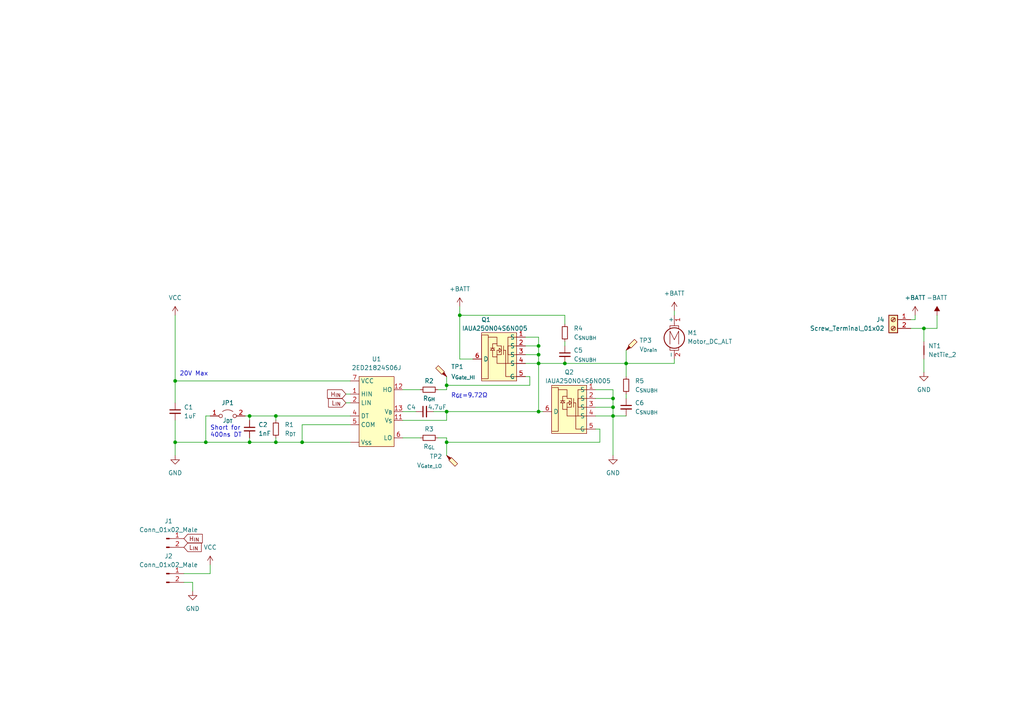
<source format=kicad_sch>
(kicad_sch (version 20211123) (generator eeschema)
  (paper "A4")
  (lib_symbols
    (symbol "Connector:Conn_01x02_Male" (pin_names (offset 1.016) hide)
      (property "Reference" "J" (at 0 2.54 0))
      (property "Value" "Conn_01x02_Male" (at 0 -5.08 0))
      (symbol "Conn_01x02_Male_1_1"
        (polyline (pts (xy 1.27 -2.54) (xy 0.8636 -2.54)) (stroke (width 0.1524)))
        (polyline (pts (xy 1.27 0) (xy 0.8636 0)) (stroke (width 0.1524)))
        (rectangle (start 0.8636 -2.413) (end 0 -2.667) (stroke (width 0.1524)) (fill (type outline)))
        (rectangle (start 0.8636 0.127) (end 0 -0.127) (stroke (width 0.1524)) (fill (type outline)))
        (pin passive line (at 5.08 0 180) (length 3.81) (name "Pin_1") (number "1"))
        (pin passive line (at 5.08 -2.54 180) (length 3.81) (name "Pin_2") (number "2"))
      )
    )
    (symbol "Connector:Screw_Terminal_01x02" (pin_names (offset 1.016) hide)
      (property "Reference" "J" (at 0 2.54 0))
      (property "Value" "Screw_Terminal_01x02" (at 0 -5.08 0))
      (symbol "Screw_Terminal_01x02_1_1"
        (rectangle (start -1.27 1.27) (end 1.27 -3.81) (stroke (width 0.254)) (fill (type background)))
        (circle (center 0 -2.54) (radius 0.635) (stroke (width 0.1524)))
        (polyline (pts (xy -0.5334 -2.2098) (xy 0.3302 -3.048)) (stroke (width 0.1524)))
        (polyline (pts (xy -0.5334 0.3302) (xy 0.3302 -0.508)) (stroke (width 0.1524)))
        (polyline (pts (xy -0.3556 -2.032) (xy 0.508 -2.8702)) (stroke (width 0.1524)))
        (polyline (pts (xy -0.3556 0.508) (xy 0.508 -0.3302)) (stroke (width 0.1524)))
        (circle (center 0 0) (radius 0.635) (stroke (width 0.1524)))
        (pin passive line (at -5.08 0 0) (length 3.81) (name "Pin_1") (number "1"))
        (pin passive line (at -5.08 -2.54 0) (length 3.81) (name "Pin_2") (number "2"))
      )
    )
    (symbol "Connector:TestPoint_Probe" (pin_numbers hide) (pin_names (offset 0.762) hide)
      (property "Reference" "TP" (at 1.651 5.842 0))
      (property "Value" "TestPoint_Probe" (at 1.651 4.064 0))
      (symbol "TestPoint_Probe_0_1"
        (polyline (pts (xy 1.27 0.762) (xy 0 0) (xy 0.762 1.27) (xy 1.27 0.762)) (fill (type outline)))
        (polyline (pts (xy 1.397 0.635) (xy 0.635 1.397) (xy 2.413 3.175) (xy 3.175 2.413) (xy 1.397 0.635)) (fill (type background)))
      )
      (symbol "TestPoint_Probe_1_1"
        (pin passive line (at 0 0 90) (length 0) (name "1") (number "1"))
      )
    )
    (symbol "Device:C_Small" (pin_numbers hide) (pin_names (offset 0.254) hide)
      (property "Reference" "C" (at 0.254 1.778 0))
      (property "Value" "C_Small" (at 0.254 -2.032 0))
      (symbol "C_Small_0_1"
        (polyline (pts (xy -1.524 -0.508) (xy 1.524 -0.508)) (stroke (width 0.3302)))
        (polyline (pts (xy -1.524 0.508) (xy 1.524 0.508)) (stroke (width 0.3048)))
      )
      (symbol "C_Small_1_1"
        (pin passive line (at 0 2.54 270) (length 2.032) (name "~") (number "1"))
        (pin passive line (at 0 -2.54 90) (length 2.032) (name "~") (number "2"))
      )
    )
    (symbol "Device:NetTie_2" (pin_numbers hide) (pin_names (offset 0) hide)
      (property "Reference" "NT" (at 0 1.27 0))
      (property "Value" "NetTie_2" (at 0 -1.27 0))
      (symbol "NetTie_2_0_1"
        (polyline (pts (xy -1.27 0) (xy 1.27 0)) (stroke (width 0.254)))
      )
      (symbol "NetTie_2_1_1"
        (pin passive line (at -2.54 0 0) (length 2.54) (name "1") (number "1"))
        (pin passive line (at 2.54 0 180) (length 2.54) (name "2") (number "2"))
      )
    )
    (symbol "Device:R_Small" (pin_numbers hide) (pin_names (offset 0.254) hide)
      (property "Reference" "R" (at 0.762 0.508 0))
      (property "Value" "R_Small" (at 0.762 -1.016 0))
      (symbol "R_Small_0_1"
        (rectangle (start -0.762 1.778) (end 0.762 -1.778) (stroke (width 0.2032)))
      )
      (symbol "R_Small_1_1"
        (pin passive line (at 0 2.54 270) (length 0.762) (name "~") (number "1"))
        (pin passive line (at 0 -2.54 90) (length 0.762) (name "~") (number "2"))
      )
    )
    (symbol "Jumper:Jumper_2_Open" (pin_names (offset 0) hide)
      (property "Reference" "JP" (at 0 2.794 0))
      (property "Value" "Jumper_2_Open" (at 0 -2.286 0))
      (symbol "Jumper_2_Open_0_0"
        (circle (center -2.032 0) (radius 0.508))
        (circle (center 2.032 0) (radius 0.508))
      )
      (symbol "Jumper_2_Open_0_1"
        (arc (start 1.524 1.27) (mid 0 1.778) (end -1.524 1.27))
      )
      (symbol "Jumper_2_Open_1_1"
        (pin passive line (at -5.08 0 0) (length 2.54) (name "A") (number "1"))
        (pin passive line (at 5.08 0 180) (length 2.54) (name "B") (number "2"))
      )
    )
    (symbol "Motor:Motor_DC_ALT" (pin_names (offset 0))
      (property "Reference" "M" (at 2.54 2.54 0))
      (property "Value" "Motor_DC_ALT" (at 2.54 -5.08 0))
      (symbol "Motor_DC_ALT_0_0"
        (circle (center 0 -1.524) (radius 2.9718) (stroke (width 0.254)))
        (polyline (pts (xy -1.27 -4.318) (xy -1.27 -5.08) (xy 1.27 -5.08) (xy 1.27 -4.318)))
        (polyline (pts (xy -1.27 1.27) (xy -1.27 2.032) (xy 1.27 2.032) (xy 1.27 1.27)))
        (polyline (pts (xy -1.27 -3.302) (xy -1.27 0.508) (xy 0 -2.032) (xy 1.27 0.508) (xy 1.27 -3.302)))
      )
      (symbol "Motor_DC_ALT_0_1"
        (polyline (pts (xy 0 2.032) (xy 0 2.54)))
      )
      (symbol "Motor_DC_ALT_1_1"
        (pin passive line (at 0 5.08 270) (length 2.54) (name "+") (number "1"))
        (pin passive line (at 0 -7.62 90) (length 2.54) (name "-") (number "2"))
      )
    )
    (symbol "MySymbols:2ED21824S06J"
      (property "Reference" "U" (at 5.08 5.08 0))
      (property "Value" "2ED21824S06J" (at -3.81 5.08 0))
      (symbol "2ED21824S06J_0_1"
        (rectangle (start -5.08 2.54) (end 5.08 -17.78) (fill (type background)))
      )
      (symbol "2ED21824S06J_1_1"
        (pin power_in line (at -7.62 -16.51 0) (length 2.54) (name "V_{SS}") (number ""))
        (pin input line (at -7.62 -2.54 0) (length 2.54) (name "HIN") (number "1"))
        (pin no_connect line (at 0.635 -19.685 90) (length 2.54) hide (name "N.C.") (number "10"))
        (pin input line (at 7.62 -10.16 180) (length 2.54) (name "V_{S}") (number "11"))
        (pin output line (at 7.62 -1.27 180) (length 2.54) (name "HO") (number "12"))
        (pin output line (at 7.62 -7.62 180) (length 2.54) (name "V_{B}") (number "13"))
        (pin no_connect line (at 0.635 -19.685 90) (length 2.54) hide (name "N.C.") (number "14"))
        (pin input line (at -7.62 -5.08 0) (length 2.54) (name "LIN") (number "2"))
        (pin input line (at -7.62 -8.89 0) (length 2.54) (name "DT") (number "4"))
        (pin input line (at -7.62 -11.43 0) (length 2.54) (name "COM") (number "5"))
        (pin input line (at 7.62 -15.24 180) (length 2.54) (name "LO") (number "6"))
        (pin power_in line (at -7.62 1.27 0) (length 2.54) (name "VCC") (number "7"))
        (pin no_connect line (at 0.635 -19.685 90) (length 2.54) hide (name "N.C.") (number "9"))
        (pin no_connect line (at 0.635 -19.685 90) (length 2.54) hide (name "N.C.") (number "9"))
      )
    )
    (symbol "MySymbols:IAUA250N04S6N005"
      (property "Reference" "Q" (at 4.445 8.89 0))
      (property "Value" "IAUA250N04S6N005" (at -10.16 8.89 0))
      (symbol "IAUA250N04S6N005_0_1"
        (rectangle (start -5.08 7.62) (end 5.08 -6.35) (fill (type background)))
        (polyline (pts (xy -1.27 3.81) (xy -1.27 1.27)))
        (polyline (pts (xy 1.27 3.175) (xy 2.54 3.175)))
        (polyline (pts (xy 0 2.54) (xy 0.635 2.54) (xy 0.635 1.27)))
        (polyline (pts (xy 0.635 0.635) (xy 1.905 0.635) (xy 1.905 2.54)))
        (polyline (pts (xy 1.905 3.175) (xy 1.905 4.445) (xy 0.635 4.445)))
        (polyline (pts (xy -5.08 -5.08) (xy -1.905 -5.08) (xy -1.905 2.54) (xy -1.27 2.54)))
        (polyline (pts (xy -5.08 6.35) (xy -2.54 6.35) (xy -2.54 -1.27) (xy -5.08 -1.27)))
        (polyline (pts (xy -0.635 2.54) (xy 0 3.175) (xy 0 1.905) (xy -0.635 2.54)))
        (polyline (pts (xy 1.905 3.175) (xy 1.27 2.54) (xy 2.54 2.54) (xy 1.905 3.175)))
        (polyline (pts (xy -5.08 1.27) (xy -2.54 1.27) (xy -2.54 3.81) (xy -5.08 3.81) (xy -3.81 3.81)))
        (polyline (pts (xy -0.635 3.81) (xy -0.635 1.27) (xy 0.635 1.27) (xy 0.635 -1.27) (xy -2.54 -1.27)))
        (polyline (pts (xy -0.635 3.81) (xy 0.635 3.81) (xy 0.635 6.35) (xy 3.175 6.35) (xy 3.175 6.985) (xy 5.08 6.985) (xy 5.08 -5.715) (xy 3.175 -5.715) (xy 3.175 6.35)))
      )
      (symbol "IAUA250N04S6N005_1_1"
        (pin input line (at -7.62 6.35 0) (length 2.54) (name "S") (number "1"))
        (pin input line (at -7.62 3.81 0) (length 2.54) (name "S") (number "2"))
        (pin input line (at -7.62 1.27 0) (length 2.54) (name "S") (number "3"))
        (pin input line (at -7.62 -1.27 0) (length 2.54) (name "S") (number "4"))
        (pin input line (at -7.62 -5.08 0) (length 2.54) (name "G") (number "5"))
        (pin output line (at 7.62 0 180) (length 2.54) (name "D") (number "6"))
      )
    )
    (symbol "power:+BATT" (power) (pin_names (offset 0))
      (property "Value" "+BATT" (at 0 3.556 0))
      (symbol "+BATT_0_1"
        (polyline (pts (xy -0.762 1.27) (xy 0 2.54)))
        (polyline (pts (xy 0 0) (xy 0 2.54)))
        (polyline (pts (xy 0 2.54) (xy 0.762 1.27)))
      )
      (symbol "+BATT_1_1"
        (pin power_in line (at 0 0 90) (length 0) hide (name "+BATT") (number "1"))
      )
    )
    (symbol "power:-BATT" (power) (pin_names (offset 0))
      (property "Value" "-BATT" (at 0 3.556 0))
      (symbol "-BATT_0_1"
        (polyline (pts (xy 0 0) (xy 0 2.54)))
        (polyline (pts (xy 0.762 1.27) (xy -0.762 1.27) (xy 0 2.54) (xy 0.762 1.27)) (fill (type outline)))
      )
      (symbol "-BATT_1_1"
        (pin power_in line (at 0 0 90) (length 0) hide (name "-BATT") (number "1"))
      )
    )
    (symbol "power:GND" (power) (pin_names (offset 0))
      (property "Value" "GND" (at 0 -3.81 0))
      (symbol "GND_0_1"
        (polyline (pts (xy 0 0) (xy 0 -1.27) (xy 1.27 -1.27) (xy 0 -2.54) (xy -1.27 -1.27) (xy 0 -1.27)))
      )
      (symbol "GND_1_1"
        (pin power_in line (at 0 0 270) (length 0) hide (name "GND") (number "1"))
      )
    )
    (symbol "power:VCC" (power) (pin_names (offset 0))
      (property "Value" "VCC" (at 0 3.81 0))
      (symbol "VCC_0_1"
        (polyline (pts (xy -0.762 1.27) (xy 0 2.54)))
        (polyline (pts (xy 0 0) (xy 0 2.54)))
        (polyline (pts (xy 0 2.54) (xy 0.762 1.27)))
      )
      (symbol "VCC_1_1"
        (pin power_in line (at 0 0 90) (length 0) hide (name "VCC") (number "1"))
      )
    )
  )
  (junction (at 80.01 128.27))
  (junction (at 156.21 105.41))
  (junction (at 129.54 119.38))
  (junction (at 177.8 120.65))
  (junction (at 80.01 120.65))
  (junction (at 177.8 118.11))
  (junction (at 72.39 128.27))
  (junction (at 50.8 110.49))
  (junction (at 129.54 128.27))
  (junction (at 156.21 100.33))
  (junction (at 129.54 111.76))
  (junction (at 59.69 128.27))
  (junction (at 267.97 95.25))
  (junction (at 87.63 128.27))
  (junction (at 133.35 91.44))
  (junction (at 181.61 105.41))
  (junction (at 156.21 119.38))
  (junction (at 177.8 115.57))
  (junction (at 50.8 128.27))
  (junction (at 156.21 102.87))
  (junction (at 72.39 120.65))
  (junction (at 163.83 105.41))
  (wire (pts (xy 116.84 119.38) (xy 120.65 119.38)))
  (wire (pts (xy 55.88 168.91) (xy 53.34 168.91)))
  (wire (pts (xy 177.8 113.03) (xy 177.8 115.57)))
  (wire (pts (xy 267.97 104.14) (xy 267.97 107.95)))
  (wire (pts (xy 181.61 105.41) (xy 163.83 105.41)))
  (wire (pts (xy 267.97 95.25) (xy 271.78 95.25)))
  (wire (pts (xy 129.54 109.22) (xy 129.54 111.76)))
  (wire (pts (xy 80.01 128.27) (xy 87.63 128.27)))
  (wire (pts (xy 195.58 90.17) (xy 195.58 91.44)))
  (wire (pts (xy 156.21 105.41) (xy 156.21 119.38)))
  (wire (pts (xy 156.21 102.87) (xy 156.21 105.41)))
  (wire (pts (xy 116.84 113.03) (xy 121.92 113.03)))
  (wire (pts (xy 129.54 119.38) (xy 125.73 119.38)))
  (wire (pts (xy 267.97 95.25) (xy 264.16 95.25)))
  (wire (pts (xy 172.72 115.57) (xy 177.8 115.57)))
  (wire (pts (xy 80.01 127) (xy 80.01 128.27)))
  (wire (pts (xy 129.54 121.92) (xy 129.54 119.38)))
  (wire (pts (xy 133.35 104.14) (xy 133.35 91.44)))
  (wire (pts (xy 129.54 111.76) (xy 129.54 113.03)))
  (wire (pts (xy 177.8 115.57) (xy 177.8 118.11)))
  (wire (pts (xy 101.6 123.19) (xy 87.63 123.19)))
  (wire (pts (xy 55.88 171.45) (xy 55.88 168.91)))
  (wire (pts (xy 80.01 120.65) (xy 72.39 120.65)))
  (wire (pts (xy 267.97 95.25) (xy 267.97 99.06)))
  (wire (pts (xy 50.8 110.49) (xy 50.8 91.44)))
  (wire (pts (xy 50.8 128.27) (xy 50.8 121.92)))
  (wire (pts (xy 129.54 119.38) (xy 156.21 119.38)))
  (wire (pts (xy 50.8 110.49) (xy 101.6 110.49)))
  (wire (pts (xy 60.96 163.83) (xy 60.96 166.37)))
  (wire (pts (xy 129.54 128.27) (xy 129.54 132.08)))
  (wire (pts (xy 177.8 120.65) (xy 181.61 120.65)))
  (wire (pts (xy 181.61 109.22) (xy 181.61 105.41)))
  (wire (pts (xy 129.54 111.76) (xy 153.67 111.76)))
  (wire (pts (xy 181.61 105.41) (xy 195.58 105.41)))
  (wire (pts (xy 153.67 111.76) (xy 153.67 109.22)))
  (wire (pts (xy 172.72 118.11) (xy 177.8 118.11)))
  (wire (pts (xy 195.58 105.41) (xy 195.58 104.14)))
  (wire (pts (xy 265.43 92.71) (xy 264.16 92.71)))
  (wire (pts (xy 71.12 120.65) (xy 72.39 120.65)))
  (wire (pts (xy 177.8 118.11) (xy 177.8 120.65)))
  (wire (pts (xy 181.61 101.6) (xy 181.61 105.41)))
  (wire (pts (xy 116.84 127) (xy 121.92 127)))
  (wire (pts (xy 152.4 100.33) (xy 156.21 100.33)))
  (wire (pts (xy 156.21 97.79) (xy 156.21 100.33)))
  (wire (pts (xy 87.63 123.19) (xy 87.63 128.27)))
  (wire (pts (xy 116.84 121.92) (xy 129.54 121.92)))
  (wire (pts (xy 72.39 127) (xy 72.39 128.27)))
  (wire (pts (xy 60.96 120.65) (xy 59.69 120.65)))
  (wire (pts (xy 50.8 110.49) (xy 50.8 116.84)))
  (wire (pts (xy 100.33 114.3) (xy 101.6 114.3)))
  (wire (pts (xy 80.01 121.92) (xy 80.01 120.65)))
  (wire (pts (xy 163.83 91.44) (xy 133.35 91.44)))
  (wire (pts (xy 173.99 124.46) (xy 172.72 124.46)))
  (wire (pts (xy 129.54 128.27) (xy 173.99 128.27)))
  (wire (pts (xy 152.4 102.87) (xy 156.21 102.87)))
  (wire (pts (xy 177.8 120.65) (xy 177.8 132.08)))
  (wire (pts (xy 181.61 114.3) (xy 181.61 115.57)))
  (wire (pts (xy 87.63 128.27) (xy 101.6 128.27)))
  (wire (pts (xy 156.21 105.41) (xy 163.83 105.41)))
  (wire (pts (xy 60.96 166.37) (xy 53.34 166.37)))
  (wire (pts (xy 72.39 120.65) (xy 72.39 121.92)))
  (wire (pts (xy 129.54 128.27) (xy 129.54 127)))
  (wire (pts (xy 153.67 109.22) (xy 152.4 109.22)))
  (wire (pts (xy 127 113.03) (xy 129.54 113.03)))
  (wire (pts (xy 157.48 119.38) (xy 156.21 119.38)))
  (wire (pts (xy 163.83 93.98) (xy 163.83 91.44)))
  (wire (pts (xy 163.83 99.06) (xy 163.83 100.33)))
  (wire (pts (xy 156.21 100.33) (xy 156.21 102.87)))
  (wire (pts (xy 50.8 128.27) (xy 59.69 128.27)))
  (wire (pts (xy 152.4 97.79) (xy 156.21 97.79)))
  (wire (pts (xy 265.43 91.44) (xy 265.43 92.71)))
  (wire (pts (xy 127 127) (xy 129.54 127)))
  (wire (pts (xy 133.35 91.44) (xy 133.35 88.9)))
  (wire (pts (xy 271.78 91.44) (xy 271.78 95.25)))
  (wire (pts (xy 59.69 128.27) (xy 72.39 128.27)))
  (wire (pts (xy 50.8 132.08) (xy 50.8 128.27)))
  (wire (pts (xy 72.39 128.27) (xy 80.01 128.27)))
  (wire (pts (xy 80.01 120.65) (xy 101.6 120.65)))
  (wire (pts (xy 59.69 120.65) (xy 59.69 128.27)))
  (wire (pts (xy 152.4 105.41) (xy 156.21 105.41)))
  (wire (pts (xy 100.33 116.84) (xy 101.6 116.84)))
  (wire (pts (xy 177.8 120.65) (xy 172.72 120.65)))
  (wire (pts (xy 172.72 113.03) (xy 177.8 113.03)))
  (wire (pts (xy 173.99 128.27) (xy 173.99 124.46)))
  (wire (pts (xy 137.16 104.14) (xy 133.35 104.14)))
  (text "R_{GE}=9.72Ω\n" (at 130.81 115.57 0) (effects (font (size 1.27 1.27)) (justify left bottom)))
  (text "20V Max\n" (at 52.07 109.22 0) (effects (font (size 1.27 1.27)) (justify left bottom)))
  (text "Short for\n400ns DT" (at 60.96 127 0) (effects (font (size 1.27 1.27)) (justify left bottom)))
  (global_label "L_{IN}" (shape input) (at 53.34 158.75 0) (property "Intersheet References" "${INTERSHEET_REFS}" (effects hide)))
  (global_label "L_{IN}" (shape input) (at 100.33 116.84 180) (property "Intersheet References" "${INTERSHEET_REFS}" (effects hide)))
  (global_label "H_{IN}" (shape input) (at 100.33 114.3 180) (property "Intersheet References" "${INTERSHEET_REFS}" (effects hide)))
  (global_label "H_{IN}" (shape input) (at 53.34 156.21 0) (property "Intersheet References" "${INTERSHEET_REFS}" (effects hide)))
  (symbol (lib_id "Device:C_Small") (at 123.19 119.38 90) (unit 1)
    (property "Reference" "C4" (at 120.65 118.11 90) (effects (justify left)))
    (property "Value" "4.7uF" (at 129.54 118.11 90) (effects (justify left)))
    (property "Footprint" "Capacitor_SMD:C_0603_1608Metric_Pad1.08x0.95mm_HandSolder" (effects hide))
  )
  (symbol (lib_id "power:+BATT") (at 265.43 91.44 0) (mirror y) (unit 1)
    (property "Reference" "#PWR0105" (effects hide))
    (property "Value" "+BATT" (at 265.43 86.36 0))
  )
  (symbol (lib_id "Device:R_Small") (at 80.01 124.46 0) (unit 1)
    (property "Reference" "R1" (at 82.55 123.1899 0) (effects (justify left)))
    (property "Value" "R_{DT}" (at 82.55 125.7299 0) (effects (justify left)))
    (property "Footprint" "Resistor_SMD:R_0603_1608Metric_Pad0.98x0.95mm_HandSolder" (effects hide))
  )
  (symbol (lib_id "Device:R_Small") (at 181.61 111.76 0) (unit 1)
    (property "Reference" "R5" (at 184.15 110.4899 0) (effects (justify left)))
    (property "Value" "C_{SNUBH}" (at 184.15 113.0299 0) (effects (justify left)))
    (property "Footprint" "Resistor_SMD:R_0603_1608Metric_Pad0.98x0.95mm_HandSolder" (effects hide))
  )
  (symbol (lib_id "power:+BATT") (at 195.58 90.17 0) (unit 1)
    (property "Reference" "#PWR0107" (effects hide))
    (property "Value" "+BATT" (at 195.58 85.09 0))
  )
  (symbol (lib_id "power:GND") (at 267.97 107.95 0) (unit 1)
    (property "Reference" "#PWR0106" (effects hide))
    (property "Value" "GND" (at 267.97 113.03 0))
  )
  (symbol (lib_id "Device:NetTie_2") (at 267.97 101.6 270) (mirror x) (unit 1)
    (property "Reference" "NT1" (at 269.24 100.3299 90) (effects (justify left)))
    (property "Value" "NetTie_2" (at 269.24 102.8699 90) (effects (justify left)))
    (property "Footprint" "NetTie:NetTie-2_SMD_Pad2.0mm" (effects hide))
  )
  (symbol (lib_id "Device:C_Small") (at 50.8 119.38 0) (unit 1)
    (property "Reference" "C1" (at 53.34 118.1162 0) (effects (justify left)))
    (property "Value" "1uF" (at 53.34 120.6562 0) (effects (justify left)))
    (property "Footprint" "Capacitor_SMD:C_0603_1608Metric_Pad1.08x0.95mm_HandSolder" (effects hide))
  )
  (symbol (lib_id "power:GND") (at 55.88 171.45 0) (unit 1)
    (property "Reference" "#PWR0111" (effects hide))
    (property "Value" "GND" (at 55.88 176.53 0))
  )
  (symbol (lib_id "power:VCC") (at 60.96 163.83 0) (unit 1)
    (property "Reference" "#PWR0112" (effects hide))
    (property "Value" "VCC" (at 60.96 158.75 0))
  )
  (symbol (lib_id "Connector:TestPoint_Probe") (at 129.54 132.08 0) (mirror x) (unit 1)
    (property "Reference" "TP2" (at 128.27 132.3974 0) (effects (justify right)))
    (property "Value" "V_{Gate_LO}" (at 128.27 134.9374 0) (effects (justify right)))
    (property "Footprint" "TestPoint:TestPoint_Pad_D1.0mm" (effects hide))
  )
  (symbol (lib_id "Device:C_Small") (at 72.39 124.46 0) (unit 1)
    (property "Reference" "C2" (at 74.93 123.1962 0) (effects (justify left)))
    (property "Value" "1nF" (at 74.93 125.7362 0) (effects (justify left)))
    (property "Footprint" "Capacitor_SMD:C_0603_1608Metric_Pad1.08x0.95mm_HandSolder" (effects hide))
  )
  (symbol (lib_id "Device:R_Small") (at 124.46 113.03 90) (unit 1)
    (property "Reference" "R2" (at 124.46 110.49 90))
    (property "Value" "R_{G}_{H}" (at 124.46 115.57 90))
    (property "Footprint" "Resistor_SMD:R_0603_1608Metric_Pad0.98x0.95mm_HandSolder" (effects hide))
  )
  (symbol (lib_id "MySymbols:IAUA250N04S6N005") (at 144.78 104.14 0) (mirror y) (unit 1)
    (property "Reference" "Q1" (at 140.97 92.71 0))
    (property "Value" "IAUA250N04S6N005" (at 143.51 95.25 0))
    (property "Footprint" "IFX-PG-HSOF-5-1-V:IFX-PG-HSOF-5-1-V" (effects hide))
  )
  (symbol (lib_id "Motor:Motor_DC_ALT") (at 195.58 96.52 0) (unit 1)
    (property "Reference" "M1" (at 199.39 96.5199 0) (effects (justify left)))
    (property "Value" "Motor_DC_ALT" (at 199.39 99.0599 0) (effects (justify left)))
    (property "Footprint" "Connector_Wire:SolderWire-1.5sqmm_1x02_P7.8mm_D1.7mm_OD3.9mm" (effects hide))
  )
  (symbol (lib_id "Device:C_Small") (at 163.83 102.87 0) (unit 1)
    (property "Reference" "C5" (at 166.37 101.6062 0) (effects (justify left)))
    (property "Value" "C_{SNUBH}" (at 166.37 104.1462 0) (effects (justify left)))
    (property "Footprint" "Capacitor_SMD:C_0603_1608Metric_Pad1.08x0.95mm_HandSolder" (effects hide))
  )
  (symbol (lib_id "Connector:Conn_01x02_Male") (at 48.26 156.21 0) (unit 1)
    (property "Reference" "J1" (at 48.895 151.13 0))
    (property "Value" "Conn_01x02_Male" (at 48.895 153.67 0))
    (property "Footprint" "Connector_PinHeader_1.27mm:PinHeader_1x02_P1.27mm_Vertical" (effects hide))
  )
  (symbol (lib_id "Device:R_Small") (at 124.46 127 90) (mirror x) (unit 1)
    (property "Reference" "R3" (at 124.46 124.46 90))
    (property "Value" "R_{G}_{L}" (at 124.46 129.54 90))
    (property "Footprint" "Resistor_SMD:R_0603_1608Metric_Pad0.98x0.95mm_HandSolder" (effects hide))
  )
  (symbol (lib_id "power:-BATT") (at 271.78 91.44 0) (unit 1)
    (property "Reference" "#PWR0104" (effects hide))
    (property "Value" "-BATT" (at 271.78 86.36 0))
  )
  (symbol (lib_id "power:+BATT") (at 133.35 88.9 0) (unit 1)
    (property "Reference" "#PWR0102" (effects hide))
    (property "Value" "+BATT" (at 133.35 83.82 0))
  )
  (symbol (lib_id "power:VCC") (at 50.8 91.44 0) (unit 1)
    (property "Reference" "#PWR0101" (effects hide))
    (property "Value" "VCC" (at 50.8 86.36 0))
  )
  (symbol (lib_id "power:GND") (at 177.8 132.08 0) (unit 1)
    (property "Reference" "#PWR0103" (effects hide))
    (property "Value" "GND" (at 177.8 137.16 0))
  )
  (symbol (lib_id "Device:R_Small") (at 163.83 96.52 0) (unit 1)
    (property "Reference" "R4" (at 166.37 95.2499 0) (effects (justify left)))
    (property "Value" "C_{SNUBH}" (at 166.37 97.7899 0) (effects (justify left)))
    (property "Footprint" "Resistor_SMD:R_0603_1608Metric_Pad0.98x0.95mm_HandSolder" (effects hide))
  )
  (symbol (lib_id "Connector:TestPoint_Probe") (at 129.54 109.22 0) (mirror y) (unit 1)
    (property "Reference" "TP1" (at 130.81 106.3624 0) (effects (justify right)))
    (property "Value" "V_{Gate_HI}" (at 130.81 109.22 0) (effects (justify right)))
    (property "Footprint" "TestPoint:TestPoint_Pad_D1.0mm" (effects hide))
  )
  (symbol (lib_id "power:GND") (at 50.8 132.08 0) (unit 1)
    (property "Reference" "#PWR0113" (effects hide))
    (property "Value" "GND" (at 50.8 137.16 0))
  )
  (symbol (lib_id "Connector:Screw_Terminal_01x02") (at 259.08 92.71 0) (mirror y) (unit 1)
    (property "Reference" "J4" (at 256.54 92.7099 0) (effects (justify left)))
    (property "Value" "Screw_Terminal_01x02" (at 256.54 95.2499 0) (effects (justify left)))
    (property "Footprint" "TerminalBlock:TerminalBlock_bornier-2_P5.08mm" (effects hide))
  )
  (symbol (lib_id "MySymbols:IAUA250N04S6N005") (at 165.1 119.38 0) (mirror y) (unit 1)
    (property "Reference" "Q2" (at 165.1 107.95 0))
    (property "Value" "IAUA250N04S6N005" (at 167.64 110.49 0))
    (property "Footprint" "IFX-PG-HSOF-5-1-V:IFX-PG-HSOF-5-1-V" (effects hide))
  )
  (symbol (lib_id "Device:C_Small") (at 181.61 118.11 0) (unit 1)
    (property "Reference" "C6" (at 184.15 116.8462 0) (effects (justify left)))
    (property "Value" "C_{SNUBH}" (at 184.15 119.3862 0) (effects (justify left)))
    (property "Footprint" "Capacitor_SMD:C_0603_1608Metric_Pad1.08x0.95mm_HandSolder" (effects hide))
  )
  (symbol (lib_id "Jumper:Jumper_2_Open") (at 66.04 120.65 0) (unit 1)
    (property "Reference" "JP1" (at 66.04 116.84 0))
    (property "Value" "J_{DT}" (at 66.04 121.92 0))
    (property "Footprint" "Jumper:SolderJumper-2_P1.3mm_Open_RoundedPad1.0x1.5mm" (effects hide))
  )
  (symbol (lib_id "Connector:Conn_01x02_Male") (at 48.26 166.37 0) (unit 1)
    (property "Reference" "J2" (at 48.895 161.29 0))
    (property "Value" "Conn_01x02_Male" (at 48.895 163.83 0))
    (property "Footprint" "Connector_PinHeader_1.27mm:PinHeader_1x02_P1.27mm_Vertical" (effects hide))
  )
  (symbol (lib_id "Connector:TestPoint_Probe") (at 181.61 101.6 0) (unit 1)
    (property "Reference" "TP3" (at 185.42 98.7424 0) (effects (justify left)))
    (property "Value" "V_{Drain}" (at 185.42 101.2824 0) (effects (justify left)))
    (property "Footprint" "TestPoint:TestPoint_Pad_D1.0mm" (effects hide))
  )
  (symbol (lib_id "MySymbols:2ED21824S06J") (at 109.22 111.76 0) (unit 1)
    (property "Reference" "U1" (at 109.22 104.14 0))
    (property "Value" "2ED21824S06J" (at 109.22 106.68 0))
    (property "Footprint" "Package_SO:SO-14_3.9x8.65mm_P1.27mm" (effects hide))
  )
)
</source>
